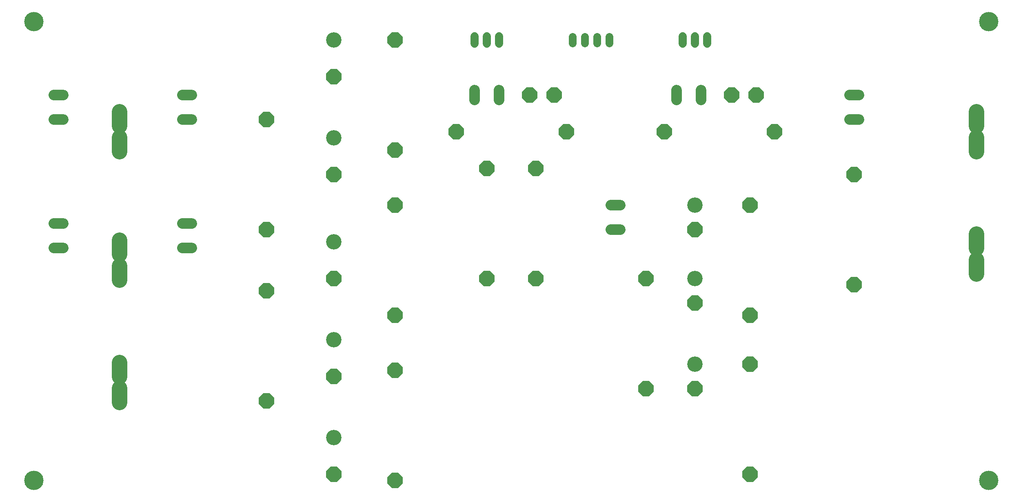
<source format=gbs>
G75*
%MOIN*%
%OFA0B0*%
%FSLAX24Y24*%
%IPPOS*%
%LPD*%
%AMOC8*
5,1,8,0,0,1.08239X$1,22.5*
%
%ADD10C,0.0867*%
%ADD11C,0.1261*%
%ADD12OC8,0.1261*%
%ADD13C,0.1261*%
%ADD14C,0.0674*%
%ADD15C,0.0640*%
%ADD16C,0.1580*%
D10*
X003286Y021716D02*
X004074Y021716D01*
X004074Y023716D02*
X003286Y023716D01*
X013786Y023716D02*
X014574Y023716D01*
X014574Y021716D02*
X013786Y021716D01*
X013786Y032216D02*
X014574Y032216D01*
X014574Y034216D02*
X013786Y034216D01*
X004074Y034216D02*
X003286Y034216D01*
X003286Y032216D02*
X004074Y032216D01*
X037680Y033822D02*
X037680Y034610D01*
X039680Y034610D02*
X039680Y033822D01*
X054180Y033822D02*
X054180Y034610D01*
X056180Y034610D02*
X056180Y033822D01*
X068286Y034216D02*
X069074Y034216D01*
X069074Y032216D02*
X068286Y032216D01*
X049574Y025216D02*
X048786Y025216D01*
X048786Y023216D02*
X049574Y023216D01*
D11*
X078680Y022850D02*
X078680Y021669D01*
X078680Y020763D02*
X078680Y019582D01*
X078680Y029582D02*
X078680Y030763D01*
X078680Y031669D02*
X078680Y032850D01*
X008680Y032850D02*
X008680Y031669D01*
X008680Y030763D02*
X008680Y029582D01*
X008680Y022350D02*
X008680Y021169D01*
X008680Y020263D02*
X008680Y019082D01*
X008680Y012350D02*
X008680Y011169D01*
X008680Y010263D02*
X008680Y009082D01*
D12*
X020680Y009216D03*
X026180Y011216D03*
X031180Y011716D03*
X031180Y016216D03*
X026180Y019216D03*
X020680Y018216D03*
X020680Y023216D03*
X026180Y027716D03*
X031180Y029716D03*
X036180Y031216D03*
X038680Y028216D03*
X042680Y028216D03*
X045180Y031216D03*
X044180Y034216D03*
X042180Y034216D03*
X031180Y038716D03*
X026180Y035716D03*
X020680Y032216D03*
X031180Y025216D03*
X038680Y019216D03*
X042680Y019216D03*
X051680Y019216D03*
X055680Y017216D03*
X060180Y016216D03*
X060180Y012216D03*
X055680Y010216D03*
X051680Y010216D03*
X060180Y003216D03*
X031180Y002716D03*
X026180Y003216D03*
X055680Y023216D03*
X060180Y025216D03*
X068680Y027716D03*
X062180Y031216D03*
X060680Y034216D03*
X058680Y034216D03*
X053180Y031216D03*
X068680Y018716D03*
D13*
X055680Y019216D03*
X055680Y025216D03*
X055680Y012216D03*
X026180Y014216D03*
X026180Y006216D03*
X026180Y022216D03*
X026180Y030716D03*
X026180Y038716D03*
D14*
X037680Y038419D02*
X037680Y039013D01*
X038680Y039013D02*
X038680Y038419D01*
X039680Y038419D02*
X039680Y039013D01*
X054680Y039013D02*
X054680Y038419D01*
X055680Y038419D02*
X055680Y039013D01*
X056680Y039013D02*
X056680Y038419D01*
D15*
X048680Y038436D02*
X048680Y038996D01*
X047680Y038996D02*
X047680Y038436D01*
X046680Y038436D02*
X046680Y038996D01*
X045680Y038996D02*
X045680Y038436D01*
D16*
X001680Y002716D03*
X001680Y040216D03*
X079680Y040216D03*
X079680Y002716D03*
M02*

</source>
